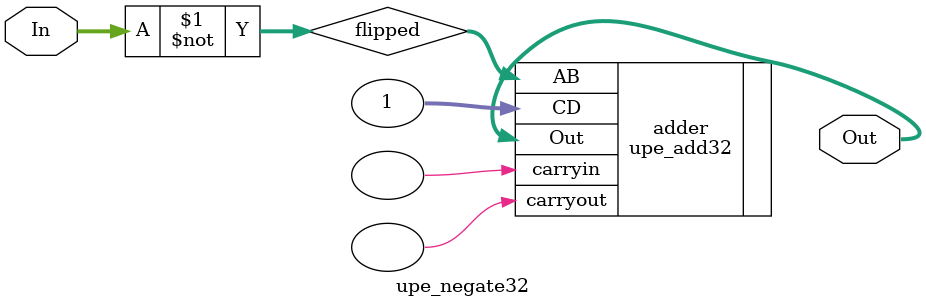
<source format=v>
`ifndef GOT_UPE_ADDV
	`include "upe-add.v"
`endif


`define GOT_UPE_NEGATEV

module upe_negate16(In1, In2, Out1, Out2); // Out1 = -In1, Out2 = -In2
	input [15:0]	In1;
	input [15:0]	In2;
	output [15:0]	Out1;
	output [15:0]	Out2;

	wire [15:0]	flipped1;
	wire [15:0]	flipped2;

	upe_add16uu adder
	(
		.A(flipped1),
		.B(flipped2),
		.C(16'h0001),
		.D(16'h0001),
		.Out1(Out1),
		.Out2(Out2),
	);

	assign flipped1 = ~In1;
	assign flipped2 = ~In2;
endmodule

module upe_negate32(In, Out); // Out = -In
	input [31:0]	In;
	output [31:0]	Out;

	wire [31:0]	flipped;

	upe_add32 adder
	(
		.AB(flipped),
		.CD(32'h00000001),
		.Out(Out),
		.carryin(), // default
		.carryout(), // default
	);

	assign flipped = ~In;
endmodule


// module upe_negate64(In, Out); // Out = -In
// 	input [63:0]	In;
// 	output [63:0]	Out;

// 	wire [63:0]	flipped;
// 	wire		carry;

// 	upe_add32 adder32x
// 	(
// 		.AB(flipped[31:0]),
// 		.CD(32'h00000001),
// 		.Out(Out),
// 		.carryin(1'b0), // default
// 		.carryout(carry), // default
// 	);

// 	upe_add32uu adder32y
// 	(
// 		.A(flipped),
// 		.B(16'h0000), // default
// 		.C(16'h0001),
// 		.D(16'h0000), // default
// 		.Out1(Out),
// 		.Out2(),  // default
// 	);

// 	assign flipped = ~In;
// 	/*TODO*/
// endmodule

</source>
